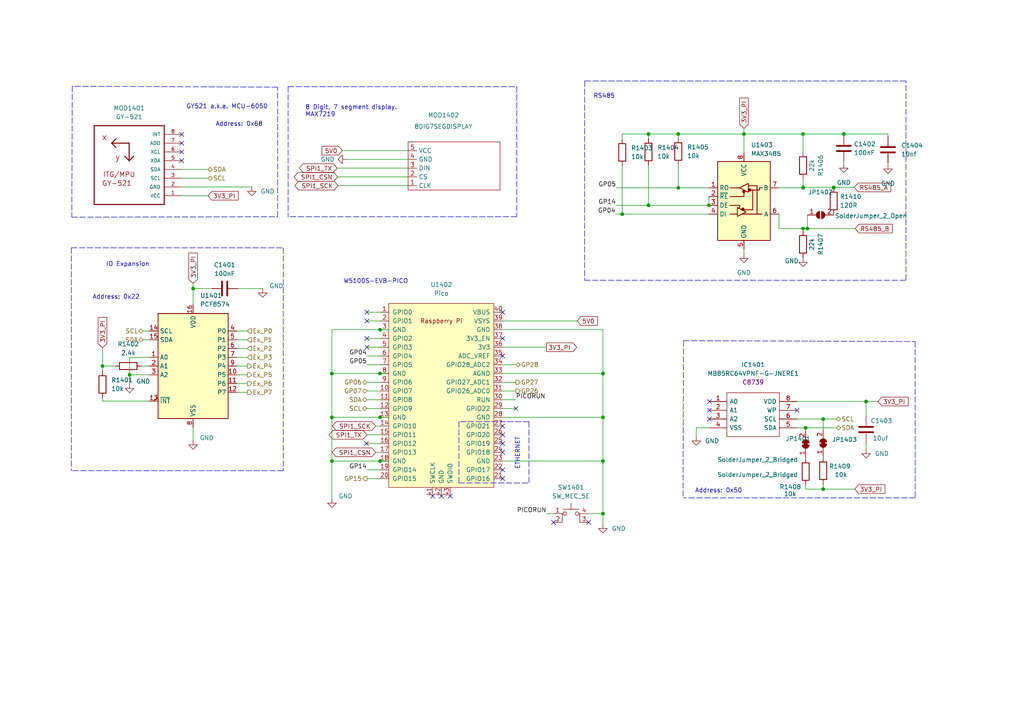
<source format=kicad_sch>
(kicad_sch (version 20211123) (generator eeschema)
  (paper "A4")
  (lib_symbols
    (symbol "Device:C" (pin_numbers hide) (pin_names (offset 0.254))
      (property "Reference" "C" (at 0.635 2.54 0))
      (property "Value" "C" (at 0.635 -2.54 0))
      (symbol "C_0_1"
        (polyline (pts (xy -2.032 -0.762) (xy 2.032 -0.762)) (stroke (width 0.508)))
        (polyline (pts (xy -2.032 0.762) (xy 2.032 0.762)) (stroke (width 0.508)))
      )
      (symbol "C_1_1"
        (pin passive line (at 0 3.81 270) (length 2.794) (name "~") (number "1"))
        (pin passive line (at 0 -3.81 90) (length 2.794) (name "~") (number "2"))
      )
    )
    (symbol "Device:R" (pin_numbers hide) (pin_names (offset 0))
      (property "Reference" "R" (at 2.032 0 90))
      (property "Value" "R" (at 0 0 90))
      (symbol "R_0_1"
        (rectangle (start -1.016 -2.54) (end 1.016 2.54) (stroke (width 0.254)))
      )
      (symbol "R_1_1"
        (pin passive line (at 0 3.81 270) (length 1.27) (name "~") (number "1"))
        (pin passive line (at 0 -3.81 90) (length 1.27) (name "~") (number "2"))
      )
    )
    (symbol "Interface_Expansion:PCF8574"
      (property "Reference" "U" (at -8.89 16.51 0))
      (property "Value" "PCF8574" (at 2.54 16.51 0))
      (symbol "PCF8574_0_1"
        (rectangle (start -10.16 15.24) (end 10.16 -15.24) (stroke (width 0.254)) (fill (type background)))
      )
      (symbol "PCF8574_1_1"
        (pin input line (at -12.7 2.54 0) (length 2.54) (name "A0") (number "1"))
        (pin bidirectional line (at 12.7 -2.54 180) (length 2.54) (name "P5") (number "10"))
        (pin bidirectional line (at 12.7 -5.08 180) (length 2.54) (name "P6") (number "11"))
        (pin bidirectional line (at 12.7 -7.62 180) (length 2.54) (name "P7") (number "12"))
        (pin open_collector output_low (at -12.7 -10.16 0) (length 2.54) (name "~{INT}") (number "13"))
        (pin input line (at -12.7 10.16 0) (length 2.54) (name "SCL") (number "14"))
        (pin bidirectional line (at -12.7 7.62 0) (length 2.54) (name "SDA") (number "15"))
        (pin power_in line (at 0 17.78 270) (length 2.54) (name "VDD") (number "16"))
        (pin input line (at -12.7 0 0) (length 2.54) (name "A1") (number "2"))
        (pin input line (at -12.7 -2.54 0) (length 2.54) (name "A2") (number "3"))
        (pin bidirectional line (at 12.7 10.16 180) (length 2.54) (name "P0") (number "4"))
        (pin bidirectional line (at 12.7 7.62 180) (length 2.54) (name "P1") (number "5"))
        (pin bidirectional line (at 12.7 5.08 180) (length 2.54) (name "P2") (number "6"))
        (pin bidirectional line (at 12.7 2.54 180) (length 2.54) (name "P3") (number "7"))
        (pin power_in line (at 0 -17.78 90) (length 2.54) (name "VSS") (number "8"))
        (pin bidirectional line (at 12.7 0 180) (length 2.54) (name "P4") (number "9"))
      )
    )
    (symbol "Interface_UART:MAX3485"
      (property "Reference" "U" (at -6.096 11.43 0))
      (property "Value" "MAX3485" (at 0.762 11.43 0))
      (symbol "MAX3485_0_1"
        (rectangle (start -7.62 10.16) (end 7.62 -12.7) (stroke (width 0.254)) (fill (type background)))
        (circle (center -0.3048 -3.683) (radius 0.3556) (stroke (width 0.254)) (fill (type outline)))
        (circle (center -0.0254 1.4986) (radius 0.3556) (stroke (width 0.254)) (fill (type outline)))
        (polyline (pts (xy -4.064 -5.08) (xy -1.905 -5.08)) (stroke (width 0.254)))
        (polyline (pts (xy -4.064 2.54) (xy -1.27 2.54)) (stroke (width 0.254)))
        (polyline (pts (xy -1.27 -3.2004) (xy -1.27 -3.4544)) (stroke (width 0.254)))
        (polyline (pts (xy -0.635 -5.08) (xy 5.334 -5.08)) (stroke (width 0.254)))
        (polyline (pts (xy -4.064 -2.54) (xy -1.27 -2.54) (xy -1.27 -3.175)) (stroke (width 0.254)))
        (polyline (pts (xy 0 1.27) (xy 0 0) (xy -4.064 0)) (stroke (width 0.254)))
        (polyline (pts (xy 1.27 3.175) (xy 3.81 3.175) (xy 3.81 -5.08)) (stroke (width 0.254)))
        (polyline (pts (xy 2.54 1.905) (xy 2.54 -3.81) (xy 0 -3.81)) (stroke (width 0.254)))
        (polyline (pts (xy -1.905 -3.175) (xy -1.905 -5.715) (xy 0.635 -4.445) (xy -1.905 -3.175)) (stroke (width 0.254)))
        (polyline (pts (xy -1.27 2.54) (xy 1.27 3.81) (xy 1.27 1.27) (xy -1.27 2.54)) (stroke (width 0.254)))
        (polyline (pts (xy 1.905 1.905) (xy 4.445 1.905) (xy 4.445 2.54) (xy 5.334 2.54)) (stroke (width 0.254)))
        (rectangle (start 1.27 3.175) (end 1.27 3.175))
        (circle (center 1.651 1.905) (radius 0.3556) (stroke (width 0.254)) (fill (type outline)))
      )
      (symbol "MAX3485_1_1"
        (pin output line (at -10.16 2.54 0) (length 2.54) (name "RO") (number "1"))
        (pin input line (at -10.16 0 0) (length 2.54) (name "~{RE}") (number "2"))
        (pin input line (at -10.16 -2.54 0) (length 2.54) (name "DE") (number "3"))
        (pin input line (at -10.16 -5.08 0) (length 2.54) (name "DI") (number "4"))
        (pin power_in line (at 0 -15.24 90) (length 2.54) (name "GND") (number "5"))
        (pin bidirectional line (at 10.16 -5.08 180) (length 2.54) (name "A") (number "6"))
        (pin bidirectional line (at 10.16 2.54 180) (length 2.54) (name "B") (number "7"))
        (pin power_in line (at 0 12.7 270) (length 2.54) (name "VCC") (number "8"))
      )
    )
    (symbol "Jumper:SolderJumper_2_Bridged" (pin_names (offset 0) hide)
      (property "Reference" "JP" (at 0 2.032 0))
      (property "Value" "SolderJumper_2_Bridged" (at 0 -2.54 0))
      (symbol "SolderJumper_2_Bridged_0_1"
        (rectangle (start -0.508 0.508) (end 0.508 -0.508) (fill (type outline)))
        (arc (start -0.254 1.016) (mid -1.27 0) (end -0.254 -1.016))
        (arc (start -0.254 1.016) (mid -1.27 0) (end -0.254 -1.016) (fill (type outline)))
        (polyline (pts (xy -0.254 1.016) (xy -0.254 -1.016)))
        (polyline (pts (xy 0.254 1.016) (xy 0.254 -1.016)))
        (arc (start 0.254 -1.016) (mid 1.27 0) (end 0.254 1.016))
        (arc (start 0.254 -1.016) (mid 1.27 0) (end 0.254 1.016) (fill (type outline)))
      )
      (symbol "SolderJumper_2_Bridged_1_1"
        (pin passive line (at -3.81 0 0) (length 2.54) (name "A") (number "1"))
        (pin passive line (at 3.81 0 180) (length 2.54) (name "B") (number "2"))
      )
    )
    (symbol "Jumper:SolderJumper_2_Open" (pin_names (offset 0) hide)
      (property "Reference" "JP" (at 0 2.032 0))
      (property "Value" "SolderJumper_2_Open" (at 0 -2.54 0))
      (symbol "SolderJumper_2_Open_0_1"
        (arc (start -0.254 1.016) (mid -1.27 0) (end -0.254 -1.016))
        (arc (start -0.254 1.016) (mid -1.27 0) (end -0.254 -1.016) (fill (type outline)))
        (polyline (pts (xy -0.254 1.016) (xy -0.254 -1.016)))
        (polyline (pts (xy 0.254 1.016) (xy 0.254 -1.016)))
        (arc (start 0.254 -1.016) (mid 1.27 0) (end 0.254 1.016))
        (arc (start 0.254 -1.016) (mid 1.27 0) (end 0.254 1.016) (fill (type outline)))
      )
      (symbol "SolderJumper_2_Open_1_1"
        (pin passive line (at -3.81 0 0) (length 2.54) (name "A") (number "1"))
        (pin passive line (at 3.81 0 180) (length 2.54) (name "B") (number "2"))
      )
    )
    (symbol "PCB_Library:8DIG7SEGDISPLAY"
      (property "Reference" "MOD" (at 2.54 10.16 0))
      (property "Value" "8DIG7SEGDISPLAY" (at 2.54 7.62 0))
      (symbol "8DIG7SEGDISPLAY_0_1"
        (rectangle (start -10.16 5.08) (end 16.51 -8.89))
      )
      (symbol "8DIG7SEGDISPLAY_1_1"
        (pin bidirectional line (at -10.16 -7.62 0) (length 2.54) (name "CLK") (number "1"))
        (pin bidirectional line (at -10.16 -5.08 0) (length 2.54) (name "CS") (number "2"))
        (pin bidirectional line (at -10.16 -2.54 0) (length 2.54) (name "DIN") (number "3"))
        (pin input line (at -10.16 0 0) (length 2.54) (name "GND") (number "4"))
        (pin input line (at -10.16 2.54 0) (length 2.54) (name "VCC") (number "5"))
      )
    )
    (symbol "PCB_Library:GY-521" (pin_names (offset 1.016))
      (property "Reference" "MOD" (at 0 3.302 0))
      (property "Value" "GY-521" (at 0 -22.86 0))
      (symbol "GY-521_0_0"
        (polyline (pts (xy 0 -20.32) (xy 20.32 -20.32)) (stroke (width 0.3048)))
        (polyline (pts (xy 0 2.54) (xy 0 -20.32)) (stroke (width 0.3048)))
        (polyline (pts (xy 10.16 -15.24) (xy 10.16 -10.16)) (stroke (width 0.3048)))
        (polyline (pts (xy 10.16 -15.24) (xy 15.24 -15.24)) (stroke (width 0.3048)))
        (polyline (pts (xy 10.16 -10.16) (xy 8.89 -11.43)) (stroke (width 0.3048)))
        (polyline (pts (xy 10.16 -10.16) (xy 11.43 -11.43)) (stroke (width 0.3048)))
        (polyline (pts (xy 15.24 -15.24) (xy 13.97 -16.51)) (stroke (width 0.3048)))
        (polyline (pts (xy 15.24 -15.24) (xy 13.97 -13.97)) (stroke (width 0.3048)))
        (polyline (pts (xy 20.32 -20.32) (xy 20.32 2.54)) (stroke (width 0.3048)))
        (polyline (pts (xy 20.32 2.54) (xy 0 2.54)) (stroke (width 0.3048)))
        (text "GY-521" (at 9.398 -2.794 0) (effects (font (size 1.4224 1.4224)) (justify left bottom)))
        (text "ITG/MPU" (at 8.382 -5.334 0) (effects (font (size 1.4224 1.4224)) (justify left bottom)))
        (text "x" (at 16.51 -16.002 0) (effects (font (size 1.778 1.778)) (justify left bottom)))
        (text "y" (at 12.7 -10.16 0) (effects (font (size 1.778 1.778)) (justify left bottom)))
        (pin bidirectional line (at -5.08 0 0) (length 5.08) (name "VCC") (number "1"))
        (pin bidirectional line (at -5.08 -2.54 0) (length 5.08) (name "GND") (number "2"))
        (pin bidirectional line (at -5.08 -5.08 0) (length 5.08) (name "SCL") (number "3"))
        (pin bidirectional line (at -5.08 -7.62 0) (length 5.08) (name "SDA") (number "4"))
        (pin bidirectional line (at -5.08 -10.16 0) (length 5.08) (name "XDA") (number "5"))
        (pin bidirectional line (at -5.08 -12.7 0) (length 5.08) (name "XCL") (number "6"))
        (pin bidirectional line (at -5.08 -15.24 0) (length 5.08) (name "ADO") (number "7"))
        (pin bidirectional line (at -5.08 -17.78 0) (length 5.08) (name "INT") (number "8"))
      )
    )
    (symbol "PCB_Library:MB85RC16PNF-G-JNERE1" (pin_names (offset 0.762))
      (property "Reference" "IC" (at 21.59 7.62 0))
      (property "Value" "MB85RC16PNF-G-JNERE1" (at 21.59 5.08 0))
      (property "LCSC" "C8739" (at 0 0 0))
      (symbol "MB85RC16PNF-G-JNERE1_0_0"
        (pin passive line (at 0 0 0) (length 5.08) (name "A0") (number "1"))
        (pin passive line (at 0 -2.54 0) (length 5.08) (name "A1") (number "2"))
        (pin passive line (at 0 -5.08 0) (length 5.08) (name "A2") (number "3"))
        (pin passive line (at 0 -7.62 0) (length 5.08) (name "VSS") (number "4"))
        (pin passive line (at 25.4 -7.62 180) (length 5.08) (name "SDA") (number "5"))
        (pin passive line (at 25.4 -5.08 180) (length 5.08) (name "SCL") (number "6"))
        (pin passive line (at 25.4 -2.54 180) (length 5.08) (name "WP") (number "7"))
        (pin passive line (at 25.4 0 180) (length 5.08) (name "VDD") (number "8"))
      )
      (symbol "MB85RC16PNF-G-JNERE1_0_1"
        (polyline (pts (xy 5.08 2.54) (xy 20.32 2.54) (xy 20.32 -10.16) (xy 5.08 -10.16) (xy 5.08 2.54)) (stroke (width 0.1524)))
      )
    )
    (symbol "PCB_Library:Pico" (pin_names (offset 1.016))
      (property "Reference" "U" (at -13.97 27.94 0))
      (property "Value" "Pico" (at 0 19.05 0))
      (symbol "Pico_0_0"
        (text "Raspberry Pi" (at 0 21.59 0) (effects (font (size 1.27 1.27))))
      )
      (symbol "Pico_0_1"
        (rectangle (start -15.24 26.67) (end 15.24 -26.67) (fill (type background)))
      )
      (symbol "Pico_1_1"
        (pin bidirectional line (at -17.78 24.13 0) (length 2.54) (name "GPIO0") (number "1"))
        (pin bidirectional line (at -17.78 1.27 0) (length 2.54) (name "GPIO7") (number "10"))
        (pin bidirectional line (at -17.78 -1.27 0) (length 2.54) (name "GPIO8") (number "11"))
        (pin bidirectional line (at -17.78 -3.81 0) (length 2.54) (name "GPIO9") (number "12"))
        (pin power_in line (at -17.78 -6.35 0) (length 2.54) (name "GND") (number "13"))
        (pin bidirectional line (at -17.78 -8.89 0) (length 2.54) (name "GPIO10") (number "14"))
        (pin bidirectional line (at -17.78 -11.43 0) (length 2.54) (name "GPIO11") (number "15"))
        (pin bidirectional line (at -17.78 -13.97 0) (length 2.54) (name "GPIO12") (number "16"))
        (pin bidirectional line (at -17.78 -16.51 0) (length 2.54) (name "GPIO13") (number "17"))
        (pin power_in line (at -17.78 -19.05 0) (length 2.54) (name "GND") (number "18"))
        (pin bidirectional line (at -17.78 -21.59 0) (length 2.54) (name "GPIO14") (number "19"))
        (pin bidirectional line (at -17.78 21.59 0) (length 2.54) (name "GPIO1") (number "2"))
        (pin bidirectional line (at -17.78 -24.13 0) (length 2.54) (name "GPIO15") (number "20"))
        (pin bidirectional line (at 17.78 -24.13 180) (length 2.54) (name "GPIO16") (number "21"))
        (pin bidirectional line (at 17.78 -21.59 180) (length 2.54) (name "GPIO17") (number "22"))
        (pin power_in line (at 17.78 -19.05 180) (length 2.54) (name "GND") (number "23"))
        (pin bidirectional line (at 17.78 -16.51 180) (length 2.54) (name "GPIO18") (number "24"))
        (pin bidirectional line (at 17.78 -13.97 180) (length 2.54) (name "GPIO19") (number "25"))
        (pin bidirectional line (at 17.78 -11.43 180) (length 2.54) (name "GPIO20") (number "26"))
        (pin bidirectional line (at 17.78 -8.89 180) (length 2.54) (name "GPIO21") (number "27"))
        (pin power_in line (at 17.78 -6.35 180) (length 2.54) (name "GND") (number "28"))
        (pin bidirectional line (at 17.78 -3.81 180) (length 2.54) (name "GPIO22") (number "29"))
        (pin power_in line (at -17.78 19.05 0) (length 2.54) (name "GND") (number "3"))
        (pin input line (at 17.78 -1.27 180) (length 2.54) (name "RUN") (number "30"))
        (pin bidirectional line (at 17.78 1.27 180) (length 2.54) (name "GPIO26_ADC0") (number "31"))
        (pin bidirectional line (at 17.78 3.81 180) (length 2.54) (name "GPIO27_ADC1") (number "32"))
        (pin power_in line (at 17.78 6.35 180) (length 2.54) (name "AGND") (number "33"))
        (pin bidirectional line (at 17.78 8.89 180) (length 2.54) (name "GPIO28_ADC2") (number "34"))
        (pin unspecified line (at 17.78 11.43 180) (length 2.54) (name "ADC_VREF") (number "35"))
        (pin unspecified line (at 17.78 13.97 180) (length 2.54) (name "3V3") (number "36"))
        (pin input line (at 17.78 16.51 180) (length 2.54) (name "3V3_EN") (number "37"))
        (pin bidirectional line (at 17.78 19.05 180) (length 2.54) (name "GND") (number "38"))
        (pin unspecified line (at 17.78 21.59 180) (length 2.54) (name "VSYS") (number "39"))
        (pin bidirectional line (at -17.78 16.51 0) (length 2.54) (name "GPIO2") (number "4"))
        (pin unspecified line (at 17.78 24.13 180) (length 2.54) (name "VBUS") (number "40"))
        (pin input line (at -2.54 -29.21 90) (length 2.54) (name "SWCLK") (number "41"))
        (pin power_in line (at 0 -29.21 90) (length 2.54) (name "GND") (number "42"))
        (pin bidirectional line (at 2.54 -29.21 90) (length 2.54) (name "SWDIO") (number "43"))
        (pin bidirectional line (at -17.78 13.97 0) (length 2.54) (name "GPIO3") (number "5"))
        (pin bidirectional line (at -17.78 11.43 0) (length 2.54) (name "GPIO4") (number "6"))
        (pin bidirectional line (at -17.78 8.89 0) (length 2.54) (name "GPIO5") (number "7"))
        (pin power_in line (at -17.78 6.35 0) (length 2.54) (name "GND") (number "8"))
        (pin bidirectional line (at -17.78 3.81 0) (length 2.54) (name "GPIO6") (number "9"))
      )
    )
    (symbol "Switch:SW_MEC_5E" (pin_names (offset 1.016) hide)
      (property "Reference" "SW" (at 0.635 5.715 0))
      (property "Value" "SW_MEC_5E" (at 0 -3.175 0))
      (symbol "SW_MEC_5E_0_1"
        (circle (center -1.778 2.54) (radius 0.508))
        (polyline (pts (xy -2.286 3.81) (xy 2.286 3.81)))
        (polyline (pts (xy 0 3.81) (xy 0 5.588)))
        (polyline (pts (xy -2.54 0) (xy -2.54 2.54) (xy -2.286 2.54)))
        (polyline (pts (xy 2.54 0) (xy 2.54 2.54) (xy 2.286 2.54)))
        (circle (center 1.778 2.54) (radius 0.508))
        (pin passive line (at -5.08 2.54 0) (length 2.54) (name "1") (number "1"))
        (pin passive line (at -5.08 0 0) (length 2.54) (name "2") (number "2"))
        (pin passive line (at 5.08 0 180) (length 2.54) (name "K") (number "3"))
        (pin passive line (at 5.08 2.54 180) (length 2.54) (name "A") (number "4"))
      )
    )
    (symbol "power:GND" (power) (pin_names (offset 0))
      (property "Value" "GND" (at 0 -3.81 0))
      (symbol "GND_0_1"
        (polyline (pts (xy 0 0) (xy 0 -1.27) (xy 1.27 -1.27) (xy 0 -2.54) (xy -1.27 -1.27) (xy 0 -1.27)))
      )
      (symbol "GND_1_1"
        (pin power_in line (at 0 0 270) (length 0) hide (name "GND") (number "1"))
      )
    )
  )
  (junction (at 205.613 59.563))
  (junction (at 110.236 133.731))
  (junction (at 180.467 62.103))
  (junction (at 251.206 116.459))
  (junction (at 96.266 121.031))
  (junction (at 238.76 141.859))
  (junction (at 234.188 66.294))
  (junction (at 241.808 54.356))
  (junction (at 238.76 121.539))
  (junction (at 56.007 83.693))
  (junction (at 110.236 121.031))
  (junction (at 174.879 148.971))
  (junction (at 96.266 108.331))
  (junction (at 232.918 38.862))
  (junction (at 174.879 133.731))
  (junction (at 233.68 124.079))
  (junction (at 188.087 38.862))
  (junction (at 196.723 54.483))
  (junction (at 37.592 108.712))
  (junction (at 232.918 54.356))
  (junction (at 232.918 54.483))
  (junction (at 29.718 106.172))
  (junction (at 174.879 121.031))
  (junction (at 96.266 133.731))
  (junction (at 196.723 38.862))
  (junction (at 188.087 59.563))
  (junction (at 110.236 108.331))
  (junction (at 241.808 54.483))
  (junction (at 232.918 66.294))
  (junction (at 215.773 38.862))
  (junction (at 244.729 38.862))
  (junction (at 174.879 108.331))
  (junction (at 110.236 95.631))
  (no_connect (at 149.606 118.491))
  (no_connect (at 106.299 128.651))
  (no_connect (at 128.016 143.891))
  (no_connect (at 130.556 143.891))
  (no_connect (at 125.476 143.891))
  (no_connect (at 145.796 98.171))
  (no_connect (at 145.796 103.251))
  (no_connect (at 231.14 118.999))
  (no_connect (at 205.74 121.539))
  (no_connect (at 205.74 118.999))
  (no_connect (at 205.74 116.459))
  (no_connect (at 145.796 90.551))
  (no_connect (at 106.426 90.551))
  (no_connect (at 106.426 93.091))
  (no_connect (at 106.426 98.171))
  (no_connect (at 106.426 100.711))
  (no_connect (at 170.688 151.511))
  (no_connect (at 160.528 151.511))
  (no_connect (at 52.705 38.989))
  (no_connect (at 52.705 41.529))
  (no_connect (at 52.705 44.069))
  (no_connect (at 52.705 46.609))
  (no_connect (at 145.796 128.651))
  (no_connect (at 145.796 131.191))
  (no_connect (at 145.796 136.271))
  (no_connect (at 145.796 138.811))
  (no_connect (at 145.796 123.571))
  (no_connect (at 145.796 126.111))
  (polyline (pts (xy 169.545 81.28) (xy 262.763 81.28)))
  (wire (pts (xy 106.426 103.251) (xy 110.236 103.251)))
  (wire (pts (xy 215.773 72.263) (xy 215.773 73.66)))
  (wire (pts (xy 52.705 49.149) (xy 60.325 49.149)))
  (wire (pts (xy 106.426 126.111) (xy 110.236 126.111)))
  (wire (pts (xy 76.2 83.693) (xy 68.961 83.693)))
  (polyline (pts (xy 80.518 25.273) (xy 20.955 25.019)))
  (wire (pts (xy 233.68 132.588) (xy 233.68 132.969)))
  (wire (pts (xy 205.74 124.079) (xy 201.93 124.079)))
  (polyline (pts (xy 20.701 71.882) (xy 20.701 136.525)))
  (wire (pts (xy 145.796 115.951) (xy 149.606 115.951)))
  (wire (pts (xy 180.467 40.386) (xy 180.467 38.862)))
  (polyline (pts (xy 133.096 140.081) (xy 153.416 140.081)))
  (wire (pts (xy 29.718 116.332) (xy 29.718 115.316)))
  (wire (pts (xy 106.426 110.871) (xy 110.236 110.871)))
  (wire (pts (xy 71.755 101.092) (xy 68.707 101.092)))
  (wire (pts (xy 188.087 47.879) (xy 188.087 59.563)))
  (wire (pts (xy 71.755 98.552) (xy 68.707 98.552)))
  (polyline (pts (xy 153.416 122.301) (xy 133.096 122.301)))
  (wire (pts (xy 178.689 59.563) (xy 188.087 59.563)))
  (wire (pts (xy 106.426 138.811) (xy 110.236 138.811)))
  (wire (pts (xy 174.879 95.631) (xy 174.879 108.331)))
  (wire (pts (xy 238.76 132.334) (xy 238.76 132.715)))
  (wire (pts (xy 238.76 141.859) (xy 233.68 141.859)))
  (wire (pts (xy 257.556 47.244) (xy 257.556 47.752)))
  (wire (pts (xy 106.299 128.651) (xy 110.236 128.651)))
  (wire (pts (xy 174.879 152.019) (xy 174.879 148.971)))
  (wire (pts (xy 41.529 96.012) (xy 43.307 96.012)))
  (wire (pts (xy 215.773 38.862) (xy 215.773 44.323)))
  (wire (pts (xy 43.307 108.712) (xy 37.592 108.712)))
  (polyline (pts (xy 20.828 62.992) (xy 80.518 62.865)))
  (wire (pts (xy 106.426 90.551) (xy 110.236 90.551)))
  (wire (pts (xy 231.14 121.539) (xy 238.76 121.539)))
  (wire (pts (xy 232.918 44.196) (xy 232.918 38.862)))
  (wire (pts (xy 97.917 51.308) (xy 118.364 51.308)))
  (wire (pts (xy 180.467 38.862) (xy 188.087 38.862)))
  (wire (pts (xy 97.79 48.768) (xy 118.364 48.768)))
  (wire (pts (xy 244.729 38.862) (xy 257.556 38.862)))
  (wire (pts (xy 41.529 98.552) (xy 43.307 98.552)))
  (wire (pts (xy 196.723 54.483) (xy 205.613 54.483)))
  (wire (pts (xy 37.592 103.632) (xy 37.592 108.712)))
  (wire (pts (xy 145.796 121.031) (xy 174.879 121.031)))
  (wire (pts (xy 180.467 62.103) (xy 205.613 62.103)))
  (wire (pts (xy 52.705 51.689) (xy 60.325 51.689)))
  (wire (pts (xy 98.044 53.848) (xy 118.364 53.848)))
  (wire (pts (xy 71.755 96.012) (xy 68.707 96.012)))
  (wire (pts (xy 96.266 121.031) (xy 96.266 133.731)))
  (wire (pts (xy 43.307 116.332) (xy 29.718 116.332)))
  (wire (pts (xy 174.879 108.331) (xy 174.879 121.031)))
  (polyline (pts (xy 80.518 62.865) (xy 80.518 25.273)))
  (wire (pts (xy 232.918 51.816) (xy 232.918 54.356)))
  (wire (pts (xy 52.705 54.229) (xy 73.025 54.229)))
  (wire (pts (xy 174.879 148.971) (xy 174.879 133.731)))
  (wire (pts (xy 145.796 118.491) (xy 149.606 118.491)))
  (wire (pts (xy 29.718 106.172) (xy 29.718 107.696)))
  (wire (pts (xy 238.76 121.539) (xy 242.57 121.539)))
  (wire (pts (xy 251.206 116.459) (xy 251.206 120.777)))
  (wire (pts (xy 215.773 38.862) (xy 232.918 38.862)))
  (wire (pts (xy 52.705 56.769) (xy 60.325 56.769)))
  (polyline (pts (xy 169.545 23.495) (xy 169.545 81.28)))
  (wire (pts (xy 238.76 121.539) (xy 238.76 124.714)))
  (polyline (pts (xy 133.096 122.301) (xy 133.096 140.081)))
  (wire (pts (xy 71.755 111.252) (xy 68.707 111.252)))
  (wire (pts (xy 196.723 38.862) (xy 188.087 38.862)))
  (wire (pts (xy 106.426 115.951) (xy 110.236 115.951)))
  (wire (pts (xy 215.773 37.211) (xy 215.773 38.862)))
  (wire (pts (xy 106.426 100.711) (xy 110.236 100.711)))
  (wire (pts (xy 257.556 39.624) (xy 257.556 38.862)))
  (wire (pts (xy 241.808 62.103) (xy 241.808 62.357)))
  (wire (pts (xy 196.723 40.132) (xy 196.723 38.862)))
  (wire (pts (xy 241.808 54.356) (xy 241.808 54.483)))
  (wire (pts (xy 71.755 108.712) (xy 68.707 108.712)))
  (polyline (pts (xy 198.247 98.806) (xy 198.12 144.399)))
  (polyline (pts (xy 149.86 62.865) (xy 83.566 62.865)))
  (wire (pts (xy 233.68 124.079) (xy 242.57 124.079)))
  (polyline (pts (xy 82.169 136.525) (xy 20.701 136.525)))
  (wire (pts (xy 96.266 108.331) (xy 96.266 121.031)))
  (wire (pts (xy 56.007 127.762) (xy 56.007 123.952)))
  (wire (pts (xy 99.314 43.688) (xy 118.364 43.688)))
  (wire (pts (xy 106.426 93.091) (xy 110.236 93.091)))
  (wire (pts (xy 56.007 82.169) (xy 56.007 83.693)))
  (wire (pts (xy 244.729 38.862) (xy 232.918 38.862)))
  (polyline (pts (xy 20.701 71.882) (xy 82.169 71.882)))
  (polyline (pts (xy 153.416 122.301) (xy 153.416 140.081)))
  (wire (pts (xy 232.918 67.056) (xy 232.918 66.294)))
  (wire (pts (xy 247.904 141.859) (xy 238.76 141.859)))
  (wire (pts (xy 106.426 105.791) (xy 110.236 105.791)))
  (wire (pts (xy 37.592 108.712) (xy 37.592 111.379)))
  (wire (pts (xy 41.021 106.172) (xy 43.307 106.172)))
  (wire (pts (xy 56.007 83.693) (xy 56.007 88.392)))
  (wire (pts (xy 205.613 57.023) (xy 205.613 59.563)))
  (wire (pts (xy 112.776 133.731) (xy 110.236 133.731)))
  (wire (pts (xy 110.236 133.731) (xy 96.266 133.731)))
  (wire (pts (xy 145.796 105.791) (xy 149.606 105.791)))
  (wire (pts (xy 43.307 103.632) (xy 37.592 103.632)))
  (wire (pts (xy 244.729 39.243) (xy 244.729 38.862)))
  (wire (pts (xy 145.796 93.091) (xy 167.386 93.091)))
  (wire (pts (xy 108.966 123.571) (xy 110.236 123.571)))
  (wire (pts (xy 241.808 54.356) (xy 247.777 54.356)))
  (polyline (pts (xy 262.763 81.28) (xy 262.763 23.495)))
  (wire (pts (xy 71.755 113.792) (xy 68.707 113.792)))
  (polyline (pts (xy 265.43 99.06) (xy 265.43 144.399)))
  (wire (pts (xy 234.188 66.294) (xy 248.031 66.294)))
  (wire (pts (xy 251.206 130.302) (xy 251.206 128.397)))
  (wire (pts (xy 96.266 133.731) (xy 96.266 144.653)))
  (wire (pts (xy 170.688 148.971) (xy 174.879 148.971)))
  (wire (pts (xy 108.966 131.191) (xy 110.236 131.191)))
  (wire (pts (xy 196.723 54.483) (xy 178.689 54.483)))
  (wire (pts (xy 251.206 116.459) (xy 254.635 116.459)))
  (polyline (pts (xy 83.566 25.146) (xy 149.86 25.146)))
  (wire (pts (xy 112.776 108.331) (xy 110.236 108.331)))
  (wire (pts (xy 145.796 113.411) (xy 149.606 113.411)))
  (polyline (pts (xy 83.566 25.146) (xy 83.566 62.865)))
  (polyline (pts (xy 262.763 23.495) (xy 169.545 23.495)))
  (wire (pts (xy 231.14 124.079) (xy 233.68 124.079)))
  (wire (pts (xy 96.266 95.631) (xy 96.266 108.331)))
  (wire (pts (xy 225.933 54.483) (xy 232.918 54.483)))
  (wire (pts (xy 196.723 47.752) (xy 196.723 54.483)))
  (wire (pts (xy 232.918 74.803) (xy 232.918 74.676)))
  (wire (pts (xy 178.562 62.103) (xy 180.467 62.103)))
  (wire (pts (xy 174.879 121.031) (xy 174.879 133.731)))
  (wire (pts (xy 100.584 46.228) (xy 118.364 46.228)))
  (polyline (pts (xy 20.955 25.019) (xy 20.828 62.992)))
  (polyline (pts (xy 149.86 25.146) (xy 149.86 62.865)))
  (wire (pts (xy 106.426 118.491) (xy 110.236 118.491)))
  (wire (pts (xy 188.087 59.563) (xy 205.613 59.563)))
  (wire (pts (xy 225.933 62.103) (xy 225.933 66.294)))
  (wire (pts (xy 233.68 141.859) (xy 233.68 140.589)))
  (wire (pts (xy 56.007 83.693) (xy 61.341 83.693)))
  (wire (pts (xy 110.236 108.331) (xy 96.266 108.331)))
  (wire (pts (xy 232.918 54.356) (xy 232.918 54.483)))
  (wire (pts (xy 180.467 48.006) (xy 180.467 62.103)))
  (wire (pts (xy 71.755 103.632) (xy 68.707 103.632)))
  (wire (pts (xy 145.796 110.871) (xy 149.606 110.871)))
  (wire (pts (xy 234.188 62.357) (xy 234.188 66.294)))
  (wire (pts (xy 225.933 66.294) (xy 232.918 66.294)))
  (polyline (pts (xy 82.169 71.882) (xy 82.169 136.525)))
  (wire (pts (xy 145.796 100.711) (xy 158.496 100.711)))
  (wire (pts (xy 106.426 98.171) (xy 110.236 98.171)))
  (wire (pts (xy 231.14 116.459) (xy 251.206 116.459)))
  (wire (pts (xy 112.776 121.031) (xy 110.236 121.031)))
  (wire (pts (xy 244.729 47.498) (xy 244.729 46.863)))
  (wire (pts (xy 112.776 95.631) (xy 110.236 95.631)))
  (wire (pts (xy 145.796 95.631) (xy 174.879 95.631)))
  (wire (pts (xy 106.426 136.271) (xy 110.236 136.271)))
  (wire (pts (xy 29.718 100.838) (xy 29.718 106.172)))
  (polyline (pts (xy 198.247 98.806) (xy 265.43 99.06)))
  (wire (pts (xy 238.76 140.335) (xy 238.76 141.859)))
  (wire (pts (xy 110.236 95.631) (xy 96.266 95.631)))
  (wire (pts (xy 145.796 108.331) (xy 174.879 108.331)))
  (wire (pts (xy 188.087 38.862) (xy 188.087 40.259)))
  (wire (pts (xy 110.236 121.031) (xy 96.266 121.031)))
  (wire (pts (xy 232.918 66.294) (xy 234.188 66.294)))
  (wire (pts (xy 158.496 148.971) (xy 160.528 148.971)))
  (wire (pts (xy 196.723 38.862) (xy 215.773 38.862)))
  (wire (pts (xy 29.718 106.172) (xy 33.401 106.172)))
  (wire (pts (xy 174.879 133.731) (xy 145.796 133.731)))
  (wire (pts (xy 232.918 54.356) (xy 241.808 54.356)))
  (wire (pts (xy 106.426 113.411) (xy 110.236 113.411)))
  (polyline (pts (xy 265.43 144.399) (xy 198.12 144.399)))
  (wire (pts (xy 71.755 106.172) (xy 68.707 106.172)))
  (wire (pts (xy 201.93 124.079) (xy 201.93 126.619)))
  (wire (pts (xy 233.68 124.079) (xy 233.68 124.968)))
  (text "GY521 a.k.a. MCU-6050" (at 53.975 31.75 0) (effects (font (size 1.27 1.27)) (justify left bottom)))
  (text "RS485\n" (at 172.085 28.702 0) (effects (font (size 1.27 1.27)) (justify left bottom)))
  (text "8 Digit, 7 segment display.\nMAX7219\n" (at 88.519 34.036 0) (effects (font (size 1.27 1.27)) (justify left bottom)))
  (text "Address: 0x68" (at 62.484 36.83 0) (effects (font (size 1.27 1.27)) (justify left bottom)))
  (text "Address: 0x22\n" (at 26.797 86.995 0) (effects (font (size 1.27 1.27)) (justify left bottom)))
  (text "Address: 0x50" (at 201.549 143.129 0) (effects (font (size 1.27 1.27)) (justify left bottom)))
  (text "W5100S-EVB-PICO" (at 99.568 82.423 0) (effects (font (size 1.27 1.27)) (justify left bottom)))
  (text "ETHERNET" (at 150.876 136.271 90) (effects (font (size 1.27 1.27)) (justify left bottom)))
  (text "IO Expansion\n" (at 30.734 77.47 0) (effects (font (size 1.27 1.27)) (justify left bottom)))
  (label "GP04" (at 106.426 103.251 180))
  (label "PICORUN" (at 158.496 148.971 180))
  (label "PICORUN" (at 149.606 115.951 0))
  (label "GP04" (at 178.562 62.103 180))
  (label "GP14" (at 178.689 59.563 180))
  (label "GP14" (at 106.426 136.271 180))
  (label "GP05" (at 178.689 54.483 180))
  (label "GP05" (at 106.426 105.791 180))
  (global_label "SPI1_TX" (shape bidirectional) (at 106.426 126.111 180) (property "Intersheet References" "${INTERSHEET_REFS}" (effects hide)))
  (global_label "SPI1_SCK" (shape bidirectional) (at 98.044 53.848 180) (property "Intersheet References" "${INTERSHEET_REFS}" (effects hide)))
  (global_label "3V3_PI" (shape input) (at 60.325 56.769 0) (property "Intersheet References" "${INTERSHEET_REFS}" (effects hide)))
  (global_label "3V3_PI" (shape input) (at 254.635 116.459 0) (property "Intersheet References" "${INTERSHEET_REFS}" (effects hide)))
  (global_label "5V0" (shape input) (at 167.386 93.091 0) (property "Intersheet References" "${INTERSHEET_REFS}" (effects hide)))
  (global_label "SPI1_TX" (shape bidirectional) (at 97.79 48.768 180) (property "Intersheet References" "${INTERSHEET_REFS}" (effects hide)))
  (global_label "3V3_PI" (shape output) (at 158.496 100.711 0) (property "Intersheet References" "${INTERSHEET_REFS}" (effects hide)))
  (global_label "SPI1_CSN" (shape bidirectional) (at 97.917 51.308 180) (property "Intersheet References" "${INTERSHEET_REFS}" (effects hide)))
  (global_label "5V0" (shape input) (at 99.314 43.688 180) (property "Intersheet References" "${INTERSHEET_REFS}" (effects hide)))
  (global_label "SPI1_CSN" (shape bidirectional) (at 108.966 131.191 180) (property "Intersheet References" "${INTERSHEET_REFS}" (effects hide)))
  (global_label "RS485_A" (shape input) (at 247.777 54.356 0) (property "Intersheet References" "${INTERSHEET_REFS}" (effects hide)))
  (global_label "RS485_B" (shape input) (at 248.031 66.294 0) (property "Intersheet References" "${INTERSHEET_REFS}" (effects hide)))
  (global_label "SPI1_SCK" (shape bidirectional) (at 108.966 123.571 180) (property "Intersheet References" "${INTERSHEET_REFS}" (effects hide)))
  (global_label "3V3_PI" (shape input) (at 215.773 37.211 90) (property "Intersheet References" "${INTERSHEET_REFS}" (effects hide)))
  (global_label "3V3_PI" (shape input) (at 247.904 141.859 0) (property "Intersheet References" "${INTERSHEET_REFS}" (effects hide)))
  (global_label "3V3_PI" (shape input) (at 29.718 100.838 90) (property "Intersheet References" "${INTERSHEET_REFS}" (effects hide)))
  (global_label "3V3_PI" (shape input) (at 56.007 82.169 90) (property "Intersheet References" "${INTERSHEET_REFS}" (effects hide)))
  (hierarchical_label "SCL" (shape bidirectional) (at 242.57 121.539 0))
  (hierarchical_label "Ex_P0" (shape input) (at 71.755 96.012 0))
  (hierarchical_label "Ex_P2" (shape input) (at 71.755 101.092 0))
  (hierarchical_label "GP27" (shape output) (at 149.606 110.871 0))
  (hierarchical_label "Ex_P7" (shape output) (at 71.755 113.792 0))
  (hierarchical_label "GP26" (shape output) (at 149.606 113.411 0))
  (hierarchical_label "SDA" (shape bidirectional) (at 106.426 115.951 180))
  (hierarchical_label "Ex_P5" (shape output) (at 71.755 108.712 0))
  (hierarchical_label "SDA" (shape bidirectional) (at 60.325 49.149 0))
  (hierarchical_label "SCL" (shape bidirectional) (at 106.426 118.491 180))
  (hierarchical_label "SCL" (shape bidirectional) (at 41.529 96.012 180))
  (hierarchical_label "Ex_P4" (shape output) (at 71.755 106.172 0))
  (hierarchical_label "Ex_P3" (shape input) (at 71.755 103.632 0))
  (hierarchical_label "Ex_P1" (shape input) (at 71.755 98.552 0))
  (hierarchical_label "SDA" (shape bidirectional) (at 41.529 98.552 180))
  (hierarchical_label "SDA" (shape bidirectional) (at 242.57 124.079 0))
  (hierarchical_label "SCL" (shape bidirectional) (at 60.325 51.689 0))
  (hierarchical_label "GP28" (shape bidirectional) (at 149.606 105.791 0))
  (hierarchical_label "GP06" (shape bidirectional) (at 106.426 110.871 180))
  (hierarchical_label "GP07" (shape bidirectional) (at 106.426 113.411 180))
  (hierarchical_label "GP15" (shape output) (at 106.426 138.811 180))
  (hierarchical_label "Ex_P6" (shape output) (at 71.755 111.252 0))
  (symbol (lib_id "power:GND") (at 251.206 130.302 0) (unit 1)
    (property "Reference" "#PWR01412" (effects hide))
    (property "Value" "GND" (at 253.746 131.5719 0) (effects (justify left)))
  )
  (symbol (lib_id "Device:C") (at 251.206 124.587 180) (unit 1)
    (property "Reference" "C1403" (at 252.476 122.047 0) (effects (justify right)))
    (property "Value" "10uf" (at 253.111 127.127 0) (effects (justify right)))
    (property "Footprint" "Footprints:C_0603_1608Metric" (effects hide))
    (property "LCSC" "C92487" (effects hide))
  )
  (symbol (lib_id "Device:R") (at 232.918 48.006 180) (unit 1)
    (property "Reference" "R1406" (at 237.998 48.006 90))
    (property "Value" "22k" (at 235.458 48.006 90))
    (property "Footprint" "Footprints:R_0402_1005Metric" (effects hide))
    (property "LCSC" "C25768" (effects hide))
  )
  (symbol (lib_id "power:GND") (at 174.879 152.019 0) (unit 1)
    (property "Reference" "#PWR01407" (effects hide))
    (property "Value" "GND" (at 177.419 153.2889 0) (effects (justify left)))
  )
  (symbol (lib_id "Device:R") (at 196.723 43.942 0) (unit 1)
    (property "Reference" "R1405" (at 199.263 42.6719 0) (effects (justify left)))
    (property "Value" "10k" (at 199.263 45.2119 0) (effects (justify left)))
    (property "Footprint" "Footprints:R_0402_1005Metric" (effects hide))
    (property "LCSC" "C25744" (effects hide))
  )
  (symbol (lib_id "Device:R") (at 188.087 44.069 0) (unit 1)
    (property "Reference" "R1404" (at 190.627 42.7989 0) (effects (justify left)))
    (property "Value" "10k" (at 190.627 45.3389 0) (effects (justify left)))
    (property "Footprint" "Footprints:R_0402_1005Metric" (effects hide))
    (property "LCSC" "C25744" (effects hide))
  )
  (symbol (lib_id "power:GND") (at 215.773 73.66 0) (unit 1)
    (property "Reference" "#PWR01409" (effects hide))
    (property "Value" "GND" (at 215.773 79.121 0))
  )
  (symbol (lib_id "Jumper:SolderJumper_2_Bridged") (at 238.76 128.524 90) (unit 1)
    (property "Reference" "JP1403" (at 241.3 127.508 90) (effects (justify right)))
    (property "Value" "SolderJumper_2_Bridged" (at 208.026 137.668 90) (effects (justify right)))
    (property "Footprint" "Jumper:SolderJumper-2_P1.3mm_Bridged_RoundedPad1.0x1.5mm" (effects hide))
  )
  (symbol (lib_id "Device:C") (at 65.151 83.693 270) (unit 1)
    (property "Reference" "C1401" (at 65.151 76.835 90))
    (property "Value" "100nF" (at 65.151 79.375 90))
    (property "Footprint" "Footprints:C_0402_1005Metric" (effects hide))
    (property "LCSC" "C307331" (effects hide))
  )
  (symbol (lib_id "PCB_Library:Pico") (at 128.016 114.681 0) (unit 1)
    (property "Reference" "U1402" (at 128.016 82.55 0))
    (property "Value" "Pico" (at 128.016 85.09 0))
    (property "Footprint" "PCB_Library:RPi_Pico_SMD_TH" (effects hide))
  )
  (symbol (lib_id "power:GND") (at 73.025 54.229 0) (unit 1)
    (property "Reference" "#PWR01403" (effects hide))
    (property "Value" "GND" (at 75.565 55.4989 0) (effects (justify left)))
  )
  (symbol (lib_id "Switch:SW_MEC_5E") (at 165.608 151.511 0) (unit 1)
    (property "Reference" "SW1401" (at 165.608 141.351 0))
    (property "Value" "SW_MEC_5E" (at 165.608 143.891 0))
    (property "Footprint" "Footprints:SW_SPST_PTS645" (effects hide))
    (property "Datasheet" "http://www.apem.com/int/index.php?controller=attachment&id_attachment=1371" (effects hide))
    (property "LCSC" "C221880" (effects hide))
  )
  (symbol (lib_id "Interface_UART:MAX3485") (at 215.773 57.023 0) (unit 1)
    (property "Reference" "U1403" (at 217.7924 42.037 0) (effects (justify left)))
    (property "Value" "MAX3485" (at 217.7924 44.577 0) (effects (justify left)))
    (property "Footprint" "Footprints:SOIC127P600X175-8N 2" (effects hide))
    (property "Datasheet" "https://datasheets.maximintegrated.com/en/ds/MAX3483-MAX3491.pdf" (effects hide))
    (property "LCSC" "C9943" (effects hide))
  )
  (symbol (lib_id "Jumper:SolderJumper_2_Bridged") (at 233.68 128.778 90) (unit 1)
    (property "Reference" "JP1401" (at 227.838 127.254 90) (effects (justify right)))
    (property "Value" "SolderJumper_2_Bridged" (at 208.026 133.35 90) (effects (justify right)))
    (property "Footprint" "Jumper:SolderJumper-2_P1.3mm_Bridged_RoundedPad1.0x1.5mm" (effects hide))
  )
  (symbol (lib_id "power:GND") (at 76.2 83.693 0) (unit 1)
    (property "Reference" "#PWR01404" (effects hide))
    (property "Value" "GND" (at 78.105 82.931 0) (effects (justify left)))
  )
  (symbol (lib_id "power:GND") (at 244.729 47.498 0) (unit 1)
    (property "Reference" "#PWR01411" (effects hide))
    (property "Value" "GND" (at 244.729 52.959 0))
  )
  (symbol (lib_id "Device:R") (at 241.808 58.293 0) (unit 1)
    (property "Reference" "R1410" (at 243.586 57.0229 0) (effects (justify left)))
    (property "Value" "120R" (at 243.586 59.5629 0) (effects (justify left)))
    (property "Footprint" "Footprints:R_0402_1005Metric" (effects hide))
    (property "LCSC" "C25079" (effects hide))
  )
  (symbol (lib_id "Device:R") (at 233.68 136.779 0) (unit 1)
    (property "Reference" "R1408" (at 226.06 141.224 0) (effects (justify left)))
    (property "Value" "10k" (at 227.33 143.256 0) (effects (justify left)))
    (property "Footprint" "Footprints:R_0402_1005Metric" (effects hide))
    (property "LCSC" "C25744" (effects hide))
  )
  (symbol (lib_id "Device:R") (at 29.718 111.506 0) (unit 1)
    (property "Reference" "R1401" (at 32.258 110.2359 0) (effects (justify left)))
    (property "Value" "10k" (at 32.258 112.7759 0) (effects (justify left)))
    (property "Footprint" "Footprints:R_0402_1005Metric" (effects hide))
    (property "LCSC" "C25744" (effects hide))
  )
  (symbol (lib_id "Device:C") (at 257.556 43.434 180) (unit 1)
    (property "Reference" "C1404" (at 261.366 42.1639 0) (effects (justify right)))
    (property "Value" "10nf" (at 261.366 44.7039 0) (effects (justify right)))
    (property "Footprint" "Footprints:C_0402_1005Metric" (effects hide))
    (property "LCSC" "C15195" (effects hide))
  )
  (symbol (lib_id "PCB_Library:MB85RC16PNF-G-JNERE1") (at 205.74 116.459 0) (unit 1)
    (property "Reference" "IC1401" (at 218.44 105.791 0))
    (property "Value" "MB85RC64VPNF-G-JNERE1" (at 218.44 108.331 0))
    (property "Footprint" "PCB_Library:SOIC127P600X175-8N" (effects hide))
    (property "Datasheet" "https://datasheet.lcsc.com/lcsc/1810111814_FUJITSU-MB85RC16PNF-G-JNERE1_C8739.pdf" (effects hide))
    (property "Description" "Memory FRAM" (effects hide))
    (property "Manufacturer_Name" "FUJITSU" (effects hide))
    (property "Manufacturer_Part_Number" "MB85RC16PNF-G-JNERE1" (effects hide))
    (property "Mouser Part Number" "N/A" (effects hide))
    (property "LCSC" "C8739" (at 218.44 110.871 0))
  )
  (symbol (lib_id "Jumper:SolderJumper_2_Open") (at 237.998 62.357 0) (unit 1)
    (property "Reference" "JP1402" (at 237.998 55.753 0))
    (property "Value" "SolderJumper_2_Open" (at 252.603 62.611 0))
    (property "Footprint" "Footprints:SolderJumper-2_P1.3mm_Open_RoundedPad1.0x1.5mm" (effects hide))
  )
  (symbol (lib_id "Device:R") (at 180.467 44.196 0) (unit 1)
    (property "Reference" "R1403" (at 183.007 42.9259 0) (effects (justify left)))
    (property "Value" "10k" (at 183.007 45.4659 0) (effects (justify left)))
    (property "Footprint" "Footprints:R_0402_1005Metric" (effects hide))
    (property "LCSC" "C25744" (effects hide))
  )
  (symbol (lib_id "power:GND") (at 232.918 74.803 0) (unit 1)
    (property "Reference" "#PWR01410" (effects hide))
    (property "Value" "GND" (at 229.616 75.692 0))
  )
  (symbol (lib_id "power:GND") (at 201.93 126.619 0) (unit 1)
    (property "Reference" "#PWR01408" (effects hide))
    (property "Value" "GND" (at 204.47 127.8889 0) (effects (justify left)))
  )
  (symbol (lib_id "power:GND") (at 37.592 111.379 0) (unit 1)
    (property "Reference" "#PWR01401" (effects hide))
    (property "Value" "GND" (at 39.497 110.617 0) (effects (justify left)))
  )
  (symbol (lib_id "power:GND") (at 96.266 144.653 0) (unit 1)
    (property "Reference" "#PWR01405" (effects hide))
    (property "Value" "GND" (at 98.171 143.891 0) (effects (justify left)))
  )
  (symbol (lib_id "Device:R") (at 238.76 136.525 0) (unit 1)
    (property "Reference" "R1409" (at 240.411 135.255 0) (effects (justify left)))
    (property "Value" "10k" (at 242.062 137.668 0) (effects (justify left)))
    (property "Footprint" "Footprints:R_0402_1005Metric" (effects hide))
    (property "LCSC" "C25744" (effects hide))
  )
  (symbol (lib_id "Interface_Expansion:PCF8574") (at 56.007 106.172 0) (unit 1)
    (property "Reference" "U1401" (at 58.0264 85.725 0) (effects (justify left)))
    (property "Value" "PCF8574" (at 58.0264 88.265 0) (effects (justify left)))
    (property "Footprint" "Footprints:SOIC-16W_7.5x10.3mm_P1.27mm" (effects hide))
    (property "Datasheet" "http://www.nxp.com/documents/data_sheet/PCF8574_PCF8574A.pdf" (effects hide))
    (property "LCSC" "C7605" (effects hide))
  )
  (symbol (lib_id "PCB_Library:GY-521") (at 47.625 56.769 180) (unit 1)
    (property "Reference" "MOD1401" (at 37.465 31.369 0))
    (property "Value" "GY-521" (at 37.465 33.909 0))
    (property "Footprint" "PCB_Library:GY-521" (effects hide))
    (property "Datasheet" "https://xtcomp.co.za/image/catalog/GY-521.pdf" (effects hide))
  )
  (symbol (lib_id "power:GND") (at 100.584 46.228 270) (unit 1)
    (property "Reference" "#PWR01406" (effects hide))
    (property "Value" "GND" (at 92.964 46.228 90) (effects (justify left)))
  )
  (symbol (lib_id "Device:R") (at 37.211 106.172 270) (unit 1)
    (property "Reference" "R1402" (at 37.211 99.822 90))
    (property "Value" "2.4k" (at 37.211 102.362 90))
    (property "Footprint" "Footprints:R_0402_1005Metric" (effects hide))
    (property "LCSC" "C25882" (effects hide))
  )
  (symbol (lib_id "power:GND") (at 56.007 127.762 0) (unit 1)
    (property "Reference" "#PWR01402" (effects hide))
    (property "Value" "GND" (at 57.912 127 0) (effects (justify left)))
  )
  (symbol (lib_id "Device:R") (at 232.918 70.866 180) (unit 1)
    (property "Reference" "R1407" (at 237.998 70.866 90))
    (property "Value" "22k" (at 235.458 70.866 90))
    (property "Footprint" "Footprints:R_0402_1005Metric" (effects hide))
    (property "LCSC" "C25768" (effects hide))
  )
  (symbol (lib_id "Device:C") (at 244.729 43.053 0) (unit 1)
    (property "Reference" "C1402" (at 247.65 41.7829 0) (effects (justify left)))
    (property "Value" "100nF" (at 247.65 44.3229 0) (effects (justify left)))
    (property "Footprint" "Footprints:C_0402_1005Metric" (effects hide))
    (property "LCSC" "C307331" (effects hide))
  )
  (symbol (lib_id "PCB_Library:8DIG7SEGDISPLAY") (at 128.524 46.228 0) (unit 1)
    (property "Reference" "MOD1402" (at 124.079 33.401 0) (effects (justify left)))
    (property "Value" "8DIG7SEGDISPLAY" (at 120.142 36.703 0) (effects (justify left)))
    (property "Footprint" "PCB_Library:8DIG7SEDDISPLAY" (effects hide))
    (property "Datasheet" "https://cdn-shop.adafruit.com/datasheets/MAX7219.pdf" (effects hide))
  )
  (symbol (lib_id "power:GND") (at 257.556 47.752 0) (unit 1)
    (property "Reference" "#PWR01413" (effects hide))
    (property "Value" "GND" (at 257.556 53.213 0))
  )
)
</source>
